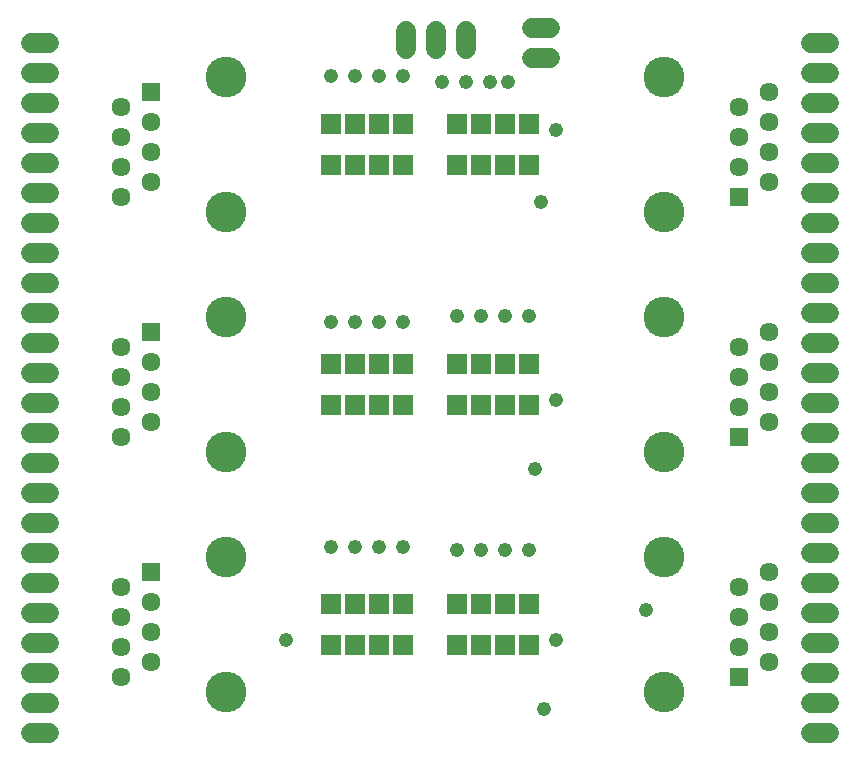
<source format=gbs>
G75*
%MOIN*%
%OFA0B0*%
%FSLAX24Y24*%
%IPPOS*%
%LPD*%
%AMOC8*
5,1,8,0,0,1.08239X$1,22.5*
%
%ADD10C,0.0634*%
%ADD11R,0.0634X0.0634*%
%ADD12C,0.1360*%
%ADD13C,0.0680*%
%ADD14R,0.0671X0.0671*%
%ADD15C,0.0476*%
D10*
X004660Y003033D03*
X005660Y003533D03*
X004660Y004033D03*
X005660Y004533D03*
X004660Y005033D03*
X005660Y005533D03*
X004660Y006033D03*
X004660Y011033D03*
X005660Y011533D03*
X004660Y012033D03*
X005660Y012533D03*
X004660Y013033D03*
X005660Y013533D03*
X004660Y014033D03*
X004660Y019033D03*
X005660Y019533D03*
X004660Y020033D03*
X005660Y020533D03*
X004660Y021033D03*
X004660Y022033D03*
X005660Y021533D03*
X025260Y021033D03*
X025260Y022033D03*
X026260Y021533D03*
X026260Y022533D03*
X026260Y020533D03*
X025260Y020033D03*
X026260Y019533D03*
X026260Y014533D03*
X025260Y014033D03*
X026260Y013533D03*
X025260Y013033D03*
X026260Y012533D03*
X025260Y012033D03*
X026260Y011533D03*
X026260Y006533D03*
X025260Y006033D03*
X026260Y005533D03*
X025260Y005033D03*
X026260Y004533D03*
X025260Y004033D03*
X026260Y003533D03*
D11*
X025260Y003033D03*
X025260Y011033D03*
X025260Y019033D03*
X005660Y022533D03*
X005660Y014533D03*
X005660Y006533D03*
D12*
X008160Y007033D03*
X008160Y010533D03*
X008160Y015033D03*
X008160Y018533D03*
X008160Y023033D03*
X022760Y023033D03*
X022760Y018533D03*
X022760Y015033D03*
X022760Y010533D03*
X022760Y007033D03*
X022760Y002533D03*
X008160Y002533D03*
D13*
X002260Y001183D02*
X001660Y001183D01*
X001660Y002183D02*
X002260Y002183D01*
X002260Y003183D02*
X001660Y003183D01*
X001660Y004183D02*
X002260Y004183D01*
X002260Y005183D02*
X001660Y005183D01*
X001660Y006183D02*
X002260Y006183D01*
X002260Y007183D02*
X001660Y007183D01*
X001660Y008183D02*
X002260Y008183D01*
X002260Y009183D02*
X001660Y009183D01*
X001660Y010183D02*
X002260Y010183D01*
X002260Y011183D02*
X001660Y011183D01*
X001660Y012183D02*
X002260Y012183D01*
X002260Y013183D02*
X001660Y013183D01*
X001660Y014183D02*
X002260Y014183D01*
X002260Y015183D02*
X001660Y015183D01*
X001660Y016183D02*
X002260Y016183D01*
X002260Y017183D02*
X001660Y017183D01*
X001660Y018183D02*
X002260Y018183D01*
X002260Y019183D02*
X001660Y019183D01*
X001660Y020183D02*
X002260Y020183D01*
X002260Y021183D02*
X001660Y021183D01*
X001660Y022183D02*
X002260Y022183D01*
X002260Y023183D02*
X001660Y023183D01*
X001660Y024183D02*
X002260Y024183D01*
X014160Y023983D02*
X014160Y024583D01*
X015160Y024583D02*
X015160Y023983D01*
X016160Y023983D02*
X016160Y024583D01*
X018360Y024683D02*
X018960Y024683D01*
X018960Y023683D02*
X018360Y023683D01*
X027660Y023183D02*
X028260Y023183D01*
X028260Y022183D02*
X027660Y022183D01*
X027660Y021183D02*
X028260Y021183D01*
X028260Y020183D02*
X027660Y020183D01*
X027660Y019183D02*
X028260Y019183D01*
X028260Y018183D02*
X027660Y018183D01*
X027660Y017183D02*
X028260Y017183D01*
X028260Y016183D02*
X027660Y016183D01*
X027660Y015183D02*
X028260Y015183D01*
X028260Y014183D02*
X027660Y014183D01*
X027660Y013183D02*
X028260Y013183D01*
X028260Y012183D02*
X027660Y012183D01*
X027660Y011183D02*
X028260Y011183D01*
X028260Y010183D02*
X027660Y010183D01*
X027660Y009183D02*
X028260Y009183D01*
X028260Y008183D02*
X027660Y008183D01*
X027660Y007183D02*
X028260Y007183D01*
X028260Y006183D02*
X027660Y006183D01*
X027660Y005183D02*
X028260Y005183D01*
X028260Y004183D02*
X027660Y004183D01*
X027660Y003183D02*
X028260Y003183D01*
X028260Y002183D02*
X027660Y002183D01*
X027660Y001183D02*
X028260Y001183D01*
X028260Y024183D02*
X027660Y024183D01*
D14*
X018260Y021472D03*
X017460Y021472D03*
X016660Y021472D03*
X015860Y021472D03*
X015860Y020094D03*
X016660Y020094D03*
X017460Y020094D03*
X018260Y020094D03*
X014060Y020094D03*
X013260Y020094D03*
X012460Y020094D03*
X011660Y020094D03*
X011660Y021472D03*
X012460Y021472D03*
X013260Y021472D03*
X014060Y021472D03*
X014060Y013472D03*
X013260Y013472D03*
X012460Y013472D03*
X011660Y013472D03*
X011660Y012094D03*
X012460Y012094D03*
X013260Y012094D03*
X014060Y012094D03*
X015860Y012094D03*
X016660Y012094D03*
X017460Y012094D03*
X018260Y012094D03*
X018260Y013472D03*
X017460Y013472D03*
X016660Y013472D03*
X015860Y013472D03*
X015860Y005472D03*
X016660Y005472D03*
X017460Y005472D03*
X018260Y005472D03*
X018260Y004094D03*
X017460Y004094D03*
X016660Y004094D03*
X015860Y004094D03*
X014060Y004094D03*
X013260Y004094D03*
X012460Y004094D03*
X011660Y004094D03*
X011660Y005472D03*
X012460Y005472D03*
X013260Y005472D03*
X014060Y005472D03*
D15*
X014060Y007383D03*
X013260Y007383D03*
X012460Y007383D03*
X011660Y007383D03*
X010160Y004283D03*
X015860Y007283D03*
X016660Y007283D03*
X017460Y007283D03*
X018260Y007283D03*
X018460Y009983D03*
X019160Y012283D03*
X018260Y015083D03*
X017460Y015083D03*
X016660Y015083D03*
X015860Y015083D03*
X014060Y014883D03*
X013260Y014883D03*
X012460Y014883D03*
X011660Y014883D03*
X018660Y018883D03*
X019160Y021283D03*
X017560Y022883D03*
X016960Y022883D03*
X016160Y022883D03*
X015360Y022883D03*
X014060Y023083D03*
X013260Y023083D03*
X012460Y023083D03*
X011660Y023083D03*
X022160Y005283D03*
X019160Y004283D03*
X019160Y004283D03*
X018760Y001983D03*
M02*

</source>
